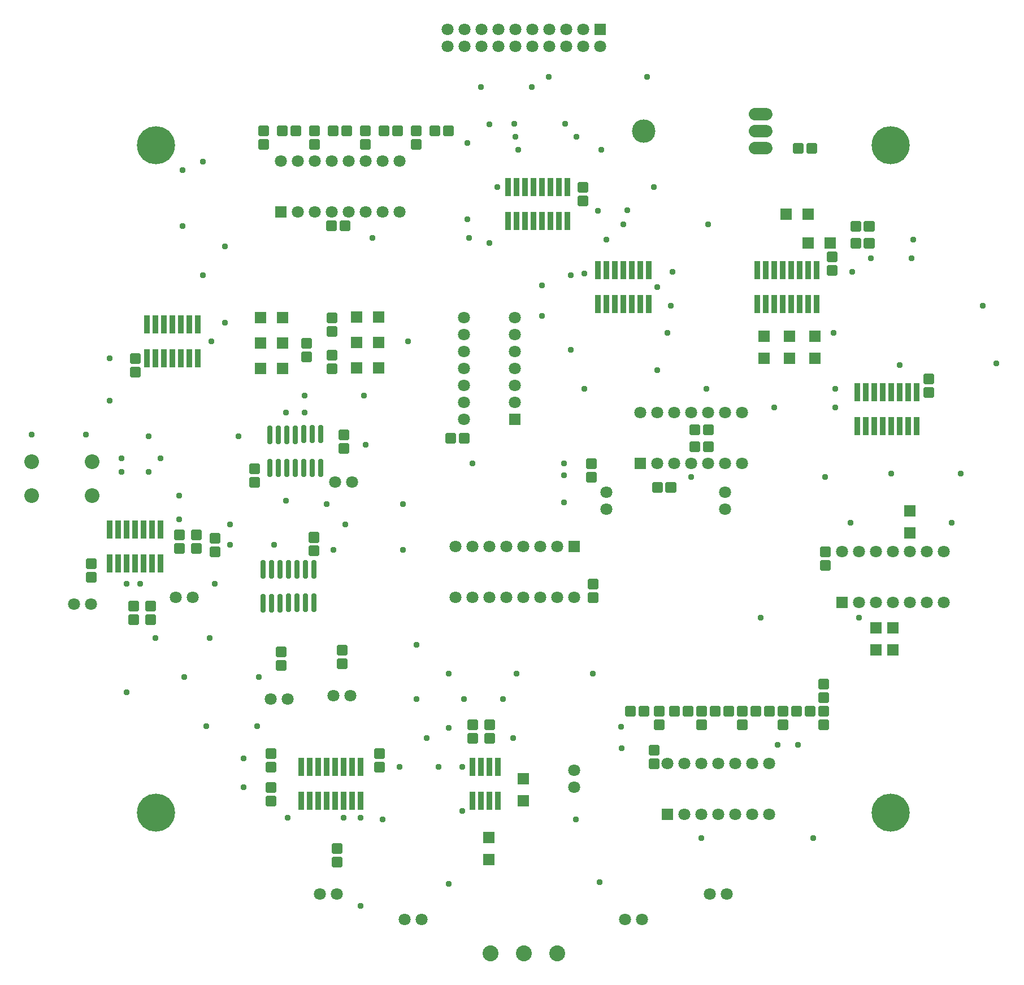
<source format=gbr>
G04 EAGLE Gerber RS-274X export*
G75*
%MOMM*%
%FSLAX34Y34*%
%LPD*%
%INSoldermask Bottom*%
%IPPOS*%
%AMOC8*
5,1,8,0,0,1.08239X$1,22.5*%
G01*
%ADD10C,1.803200*%
%ADD11C,0.480959*%
%ADD12R,1.703200X1.703200*%
%ADD13C,1.879600*%
%ADD14C,3.505200*%
%ADD15R,0.838200X2.703200*%
%ADD16R,1.803200X1.803200*%
%ADD17C,0.640219*%
%ADD18C,2.387600*%
%ADD19C,2.203200*%
%ADD20C,0.959600*%
%ADD21C,5.703200*%


D10*
X876300Y363220D03*
X876300Y337820D03*
D11*
X332209Y705589D02*
X332209Y716811D01*
X343431Y716811D01*
X343431Y705589D01*
X332209Y705589D01*
X332209Y710158D02*
X343431Y710158D01*
X343431Y714727D02*
X332209Y714727D01*
X332209Y696621D02*
X332209Y685399D01*
X332209Y696621D02*
X343431Y696621D01*
X343431Y685399D01*
X332209Y685399D01*
X332209Y689968D02*
X343431Y689968D01*
X343431Y694537D02*
X332209Y694537D01*
D10*
X518160Y795020D03*
X543560Y795020D03*
X421640Y469900D03*
X447040Y469900D03*
X515620Y474980D03*
X541020Y474980D03*
D11*
X909851Y616689D02*
X909851Y627911D01*
X909851Y616689D02*
X898629Y616689D01*
X898629Y627911D01*
X909851Y627911D01*
X909851Y621258D02*
X898629Y621258D01*
X898629Y625827D02*
X909851Y625827D01*
X909851Y636879D02*
X909851Y648101D01*
X909851Y636879D02*
X898629Y636879D01*
X898629Y648101D01*
X909851Y648101D01*
X909851Y641448D02*
X898629Y641448D01*
X898629Y646017D02*
X909851Y646017D01*
X1246609Y685269D02*
X1246609Y696491D01*
X1257831Y696491D01*
X1257831Y685269D01*
X1246609Y685269D01*
X1246609Y689838D02*
X1257831Y689838D01*
X1257831Y694407D02*
X1246609Y694407D01*
X1246609Y676301D02*
X1246609Y665079D01*
X1246609Y676301D02*
X1257831Y676301D01*
X1257831Y665079D01*
X1246609Y665079D01*
X1246609Y669648D02*
X1257831Y669648D01*
X1257831Y674217D02*
X1246609Y674217D01*
D10*
X152400Y612140D03*
X127000Y612140D03*
X279400Y622300D03*
X304800Y622300D03*
D11*
X146789Y667489D02*
X146789Y678711D01*
X158011Y678711D01*
X158011Y667489D01*
X146789Y667489D01*
X146789Y672058D02*
X158011Y672058D01*
X158011Y676627D02*
X146789Y676627D01*
X146789Y658521D02*
X146789Y647299D01*
X146789Y658521D02*
X158011Y658521D01*
X158011Y647299D01*
X146789Y647299D01*
X146789Y651868D02*
X158011Y651868D01*
X158011Y656437D02*
X146789Y656437D01*
X729511Y417091D02*
X729511Y405869D01*
X718289Y405869D01*
X718289Y417091D01*
X729511Y417091D01*
X729511Y410438D02*
X718289Y410438D01*
X718289Y415007D02*
X729511Y415007D01*
X729511Y426059D02*
X729511Y437281D01*
X729511Y426059D02*
X718289Y426059D01*
X718289Y437281D01*
X729511Y437281D01*
X729511Y430628D02*
X718289Y430628D01*
X718289Y435197D02*
X729511Y435197D01*
X427251Y323111D02*
X427251Y311889D01*
X416029Y311889D01*
X416029Y323111D01*
X427251Y323111D01*
X427251Y316458D02*
X416029Y316458D01*
X416029Y321027D02*
X427251Y321027D01*
X427251Y332079D02*
X427251Y343301D01*
X427251Y332079D02*
X416029Y332079D01*
X416029Y343301D01*
X427251Y343301D01*
X427251Y336648D02*
X416029Y336648D01*
X416029Y341217D02*
X427251Y341217D01*
X1001291Y367769D02*
X1001291Y378991D01*
X1001291Y367769D02*
X990069Y367769D01*
X990069Y378991D01*
X1001291Y378991D01*
X1001291Y372338D02*
X990069Y372338D01*
X990069Y376907D02*
X1001291Y376907D01*
X1001291Y387959D02*
X1001291Y399181D01*
X1001291Y387959D02*
X990069Y387959D01*
X990069Y399181D01*
X1001291Y399181D01*
X1001291Y392528D02*
X990069Y392528D01*
X990069Y397097D02*
X1001291Y397097D01*
X883389Y1231369D02*
X883389Y1242591D01*
X894611Y1242591D01*
X894611Y1231369D01*
X883389Y1231369D01*
X883389Y1235938D02*
X894611Y1235938D01*
X894611Y1240507D02*
X883389Y1240507D01*
X883389Y1222401D02*
X883389Y1211179D01*
X883389Y1222401D02*
X894611Y1222401D01*
X894611Y1211179D01*
X883389Y1211179D01*
X883389Y1215748D02*
X894611Y1215748D01*
X894611Y1220317D02*
X883389Y1220317D01*
X589811Y373911D02*
X589811Y362689D01*
X578589Y362689D01*
X578589Y373911D01*
X589811Y373911D01*
X589811Y367258D02*
X578589Y367258D01*
X578589Y371827D02*
X589811Y371827D01*
X589811Y382879D02*
X589811Y394101D01*
X589811Y382879D02*
X578589Y382879D01*
X578589Y394101D01*
X589811Y394101D01*
X589811Y387448D02*
X578589Y387448D01*
X578589Y392017D02*
X589811Y392017D01*
X212829Y974829D02*
X212829Y986051D01*
X224051Y986051D01*
X224051Y974829D01*
X212829Y974829D01*
X212829Y979398D02*
X224051Y979398D01*
X224051Y983967D02*
X212829Y983967D01*
X212829Y965861D02*
X212829Y954639D01*
X212829Y965861D02*
X224051Y965861D01*
X224051Y954639D01*
X212829Y954639D01*
X212829Y959208D02*
X224051Y959208D01*
X224051Y963777D02*
X212829Y963777D01*
X1292329Y1147549D02*
X1303551Y1147549D01*
X1292329Y1147549D02*
X1292329Y1158771D01*
X1303551Y1158771D01*
X1303551Y1147549D01*
X1303551Y1152118D02*
X1292329Y1152118D01*
X1292329Y1156687D02*
X1303551Y1156687D01*
X1312519Y1147549D02*
X1323741Y1147549D01*
X1312519Y1147549D02*
X1312519Y1158771D01*
X1323741Y1158771D01*
X1323741Y1147549D01*
X1323741Y1152118D02*
X1312519Y1152118D01*
X1312519Y1156687D02*
X1323741Y1156687D01*
X391899Y820951D02*
X391899Y809729D01*
X391899Y820951D02*
X403121Y820951D01*
X403121Y809729D01*
X391899Y809729D01*
X391899Y814298D02*
X403121Y814298D01*
X403121Y818867D02*
X391899Y818867D01*
X391899Y800761D02*
X391899Y789539D01*
X391899Y800761D02*
X403121Y800761D01*
X403121Y789539D01*
X391899Y789539D01*
X391899Y794108D02*
X403121Y794108D01*
X403121Y798677D02*
X391899Y798677D01*
D10*
X924560Y779780D03*
X924560Y754380D03*
X1102360Y779780D03*
X1102360Y754380D03*
D11*
X716811Y866671D02*
X705589Y866671D01*
X716811Y866671D02*
X716811Y855449D01*
X705589Y855449D01*
X705589Y866671D01*
X705589Y860018D02*
X716811Y860018D01*
X716811Y864587D02*
X705589Y864587D01*
X696621Y866671D02*
X685399Y866671D01*
X696621Y866671D02*
X696621Y855449D01*
X685399Y855449D01*
X685399Y866671D01*
X685399Y860018D02*
X696621Y860018D01*
X696621Y864587D02*
X685399Y864587D01*
X896089Y828571D02*
X896089Y817349D01*
X896089Y828571D02*
X907311Y828571D01*
X907311Y817349D01*
X896089Y817349D01*
X896089Y821918D02*
X907311Y821918D01*
X907311Y826487D02*
X896089Y826487D01*
X896089Y808381D02*
X896089Y797159D01*
X896089Y808381D02*
X907311Y808381D01*
X907311Y797159D01*
X896089Y797159D01*
X896089Y801728D02*
X907311Y801728D01*
X907311Y806297D02*
X896089Y806297D01*
X1267991Y1106909D02*
X1267991Y1118131D01*
X1267991Y1106909D02*
X1256769Y1106909D01*
X1256769Y1118131D01*
X1267991Y1118131D01*
X1267991Y1111478D02*
X1256769Y1111478D01*
X1256769Y1116047D02*
X1267991Y1116047D01*
X1267991Y1127099D02*
X1267991Y1138321D01*
X1267991Y1127099D02*
X1256769Y1127099D01*
X1256769Y1138321D01*
X1267991Y1138321D01*
X1267991Y1131668D02*
X1256769Y1131668D01*
X1256769Y1136237D02*
X1267991Y1136237D01*
X1412771Y935251D02*
X1412771Y924029D01*
X1401549Y924029D01*
X1401549Y935251D01*
X1412771Y935251D01*
X1412771Y928598D02*
X1401549Y928598D01*
X1401549Y933167D02*
X1412771Y933167D01*
X1412771Y944219D02*
X1412771Y955441D01*
X1412771Y944219D02*
X1401549Y944219D01*
X1401549Y955441D01*
X1412771Y955441D01*
X1412771Y948788D02*
X1401549Y948788D01*
X1401549Y953357D02*
X1412771Y953357D01*
X492021Y697761D02*
X492021Y686539D01*
X480799Y686539D01*
X480799Y697761D01*
X492021Y697761D01*
X492021Y691108D02*
X480799Y691108D01*
X480799Y695677D02*
X492021Y695677D01*
X492021Y706729D02*
X492021Y717951D01*
X492021Y706729D02*
X480799Y706729D01*
X480799Y717951D01*
X492021Y717951D01*
X492021Y711298D02*
X480799Y711298D01*
X480799Y715867D02*
X492021Y715867D01*
D12*
X748030Y229870D03*
X748030Y262870D03*
X582930Y1004570D03*
X549930Y1004570D03*
X582930Y1042670D03*
X549930Y1042670D03*
X1193800Y1196340D03*
X1226800Y1196340D03*
X1259840Y1153160D03*
X1226840Y1153160D03*
X1236980Y1013460D03*
X1236980Y980460D03*
X1198880Y1013460D03*
X1198880Y980460D03*
X1160780Y1013460D03*
X1160780Y980460D03*
X800100Y317500D03*
X800100Y350500D03*
X406400Y965200D03*
X439400Y965200D03*
X406400Y1003300D03*
X439400Y1003300D03*
X406400Y1041400D03*
X439400Y1041400D03*
X1328420Y576580D03*
X1328420Y543580D03*
X1353820Y576580D03*
X1353820Y543580D03*
X1379220Y718820D03*
X1379220Y751820D03*
X582930Y966470D03*
X549930Y966470D03*
D10*
X495300Y177800D03*
X520700Y177800D03*
X622300Y139700D03*
X647700Y139700D03*
X952500Y139700D03*
X977900Y139700D03*
X1079500Y177800D03*
X1104900Y177800D03*
D13*
X1147318Y1295400D02*
X1164082Y1295400D01*
X1164082Y1320800D02*
X1147318Y1320800D01*
X1147318Y1346200D02*
X1164082Y1346200D01*
D14*
X980440Y1320800D03*
D11*
X743689Y437411D02*
X743689Y426189D01*
X743689Y437411D02*
X754911Y437411D01*
X754911Y426189D01*
X743689Y426189D01*
X743689Y430758D02*
X754911Y430758D01*
X754911Y435327D02*
X743689Y435327D01*
X743689Y417221D02*
X743689Y405999D01*
X743689Y417221D02*
X754911Y417221D01*
X754911Y405999D01*
X743689Y405999D01*
X743689Y410568D02*
X754911Y410568D01*
X754911Y415137D02*
X743689Y415137D01*
X1040869Y457731D02*
X1052091Y457731D01*
X1052091Y446509D01*
X1040869Y446509D01*
X1040869Y457731D01*
X1040869Y451078D02*
X1052091Y451078D01*
X1052091Y455647D02*
X1040869Y455647D01*
X1031901Y457731D02*
X1020679Y457731D01*
X1031901Y457731D02*
X1031901Y446509D01*
X1020679Y446509D01*
X1020679Y457731D01*
X1020679Y451078D02*
X1031901Y451078D01*
X1031901Y455647D02*
X1020679Y455647D01*
X1008911Y437411D02*
X1008911Y426189D01*
X997689Y426189D01*
X997689Y437411D01*
X1008911Y437411D01*
X1008911Y430758D02*
X997689Y430758D01*
X997689Y435327D02*
X1008911Y435327D01*
X1008911Y446379D02*
X1008911Y457601D01*
X1008911Y446379D02*
X997689Y446379D01*
X997689Y457601D01*
X1008911Y457601D01*
X1008911Y450948D02*
X997689Y450948D01*
X997689Y455517D02*
X1008911Y455517D01*
X1255291Y466829D02*
X1255291Y478051D01*
X1255291Y466829D02*
X1244069Y466829D01*
X1244069Y478051D01*
X1255291Y478051D01*
X1255291Y471398D02*
X1244069Y471398D01*
X1244069Y475967D02*
X1255291Y475967D01*
X1255291Y487019D02*
X1255291Y498241D01*
X1255291Y487019D02*
X1244069Y487019D01*
X1244069Y498241D01*
X1255291Y498241D01*
X1255291Y491588D02*
X1244069Y491588D01*
X1244069Y496157D02*
X1255291Y496157D01*
X986051Y457731D02*
X974829Y457731D01*
X986051Y457731D02*
X986051Y446509D01*
X974829Y446509D01*
X974829Y457731D01*
X974829Y451078D02*
X986051Y451078D01*
X986051Y455647D02*
X974829Y455647D01*
X965861Y457731D02*
X954639Y457731D01*
X965861Y457731D02*
X965861Y446509D01*
X954639Y446509D01*
X954639Y457731D01*
X954639Y451078D02*
X965861Y451078D01*
X965861Y455647D02*
X954639Y455647D01*
X995149Y781789D02*
X1006371Y781789D01*
X995149Y781789D02*
X995149Y793011D01*
X1006371Y793011D01*
X1006371Y781789D01*
X1006371Y786358D02*
X995149Y786358D01*
X995149Y790927D02*
X1006371Y790927D01*
X1015339Y781789D02*
X1026561Y781789D01*
X1015339Y781789D02*
X1015339Y793011D01*
X1026561Y793011D01*
X1026561Y781789D01*
X1026561Y786358D02*
X1015339Y786358D01*
X1015339Y790927D02*
X1026561Y790927D01*
X1071349Y853971D02*
X1082571Y853971D01*
X1082571Y842749D01*
X1071349Y842749D01*
X1071349Y853971D01*
X1071349Y847318D02*
X1082571Y847318D01*
X1082571Y851887D02*
X1071349Y851887D01*
X1062381Y853971D02*
X1051159Y853971D01*
X1062381Y853971D02*
X1062381Y842749D01*
X1051159Y842749D01*
X1051159Y853971D01*
X1051159Y847318D02*
X1062381Y847318D01*
X1062381Y851887D02*
X1051159Y851887D01*
X1071349Y879371D02*
X1082571Y879371D01*
X1082571Y868149D01*
X1071349Y868149D01*
X1071349Y879371D01*
X1071349Y872718D02*
X1082571Y872718D01*
X1082571Y877287D02*
X1071349Y877287D01*
X1062381Y879371D02*
X1051159Y879371D01*
X1062381Y879371D02*
X1062381Y868149D01*
X1051159Y868149D01*
X1051159Y879371D01*
X1051159Y872718D02*
X1062381Y872718D01*
X1062381Y877287D02*
X1051159Y877287D01*
X526311Y231671D02*
X526311Y220449D01*
X515089Y220449D01*
X515089Y231671D01*
X526311Y231671D01*
X526311Y225018D02*
X515089Y225018D01*
X515089Y229587D02*
X526311Y229587D01*
X526311Y240639D02*
X526311Y251861D01*
X526311Y240639D02*
X515089Y240639D01*
X515089Y251861D01*
X526311Y251861D01*
X526311Y245208D02*
X515089Y245208D01*
X515089Y249777D02*
X526311Y249777D01*
X525249Y860529D02*
X525249Y871751D01*
X536471Y871751D01*
X536471Y860529D01*
X525249Y860529D01*
X525249Y865098D02*
X536471Y865098D01*
X536471Y869667D02*
X525249Y869667D01*
X525249Y851561D02*
X525249Y840339D01*
X525249Y851561D02*
X536471Y851561D01*
X536471Y840339D01*
X525249Y840339D01*
X525249Y844908D02*
X536471Y844908D01*
X536471Y849477D02*
X525249Y849477D01*
X1226289Y1301011D02*
X1237511Y1301011D01*
X1237511Y1289789D01*
X1226289Y1289789D01*
X1226289Y1301011D01*
X1226289Y1294358D02*
X1237511Y1294358D01*
X1237511Y1298927D02*
X1226289Y1298927D01*
X1217321Y1301011D02*
X1206099Y1301011D01*
X1217321Y1301011D02*
X1217321Y1289789D01*
X1206099Y1289789D01*
X1206099Y1301011D01*
X1206099Y1294358D02*
X1217321Y1294358D01*
X1217321Y1298927D02*
X1206099Y1298927D01*
X431269Y546631D02*
X431269Y535409D01*
X431269Y546631D02*
X442491Y546631D01*
X442491Y535409D01*
X431269Y535409D01*
X431269Y539978D02*
X442491Y539978D01*
X442491Y544547D02*
X431269Y544547D01*
X431269Y526441D02*
X431269Y515219D01*
X431269Y526441D02*
X442491Y526441D01*
X442491Y515219D01*
X431269Y515219D01*
X431269Y519788D02*
X442491Y519788D01*
X442491Y524357D02*
X431269Y524357D01*
X522709Y537949D02*
X522709Y549171D01*
X533931Y549171D01*
X533931Y537949D01*
X522709Y537949D01*
X522709Y542518D02*
X533931Y542518D01*
X533931Y547087D02*
X522709Y547087D01*
X522709Y528981D02*
X522709Y517759D01*
X522709Y528981D02*
X533931Y528981D01*
X533931Y517759D01*
X522709Y517759D01*
X522709Y522328D02*
X533931Y522328D01*
X533931Y526897D02*
X522709Y526897D01*
X1255291Y437411D02*
X1255291Y426189D01*
X1244069Y426189D01*
X1244069Y437411D01*
X1255291Y437411D01*
X1255291Y430758D02*
X1244069Y430758D01*
X1244069Y435327D02*
X1255291Y435327D01*
X1255291Y446379D02*
X1255291Y457601D01*
X1255291Y446379D02*
X1244069Y446379D01*
X1244069Y457601D01*
X1255291Y457601D01*
X1255291Y450948D02*
X1244069Y450948D01*
X1244069Y455517D02*
X1255291Y455517D01*
X246911Y583669D02*
X246911Y594891D01*
X246911Y583669D02*
X235689Y583669D01*
X235689Y594891D01*
X246911Y594891D01*
X246911Y588238D02*
X235689Y588238D01*
X235689Y592807D02*
X246911Y592807D01*
X246911Y603859D02*
X246911Y615081D01*
X246911Y603859D02*
X235689Y603859D01*
X235689Y615081D01*
X246911Y615081D01*
X246911Y608428D02*
X235689Y608428D01*
X235689Y612997D02*
X246911Y612997D01*
X210289Y615211D02*
X210289Y603989D01*
X210289Y615211D02*
X221511Y615211D01*
X221511Y603989D01*
X210289Y603989D01*
X210289Y608558D02*
X221511Y608558D01*
X221511Y613127D02*
X210289Y613127D01*
X210289Y595021D02*
X210289Y583799D01*
X210289Y595021D02*
X221511Y595021D01*
X221511Y583799D01*
X210289Y583799D01*
X210289Y588368D02*
X221511Y588368D01*
X221511Y592937D02*
X210289Y592937D01*
X278869Y710669D02*
X278869Y721891D01*
X290091Y721891D01*
X290091Y710669D01*
X278869Y710669D01*
X278869Y715238D02*
X290091Y715238D01*
X290091Y719807D02*
X278869Y719807D01*
X278869Y701701D02*
X278869Y690479D01*
X278869Y701701D02*
X290091Y701701D01*
X290091Y690479D01*
X278869Y690479D01*
X278869Y695048D02*
X290091Y695048D01*
X290091Y699617D02*
X278869Y699617D01*
X304269Y710669D02*
X304269Y721891D01*
X315491Y721891D01*
X315491Y710669D01*
X304269Y710669D01*
X304269Y715238D02*
X315491Y715238D01*
X315491Y719807D02*
X304269Y719807D01*
X304269Y701701D02*
X304269Y690479D01*
X304269Y701701D02*
X315491Y701701D01*
X315491Y690479D01*
X304269Y690479D01*
X304269Y695048D02*
X315491Y695048D01*
X315491Y699617D02*
X304269Y699617D01*
X1292329Y1172949D02*
X1303551Y1172949D01*
X1292329Y1172949D02*
X1292329Y1184171D01*
X1303551Y1184171D01*
X1303551Y1172949D01*
X1303551Y1177518D02*
X1292329Y1177518D01*
X1292329Y1182087D02*
X1303551Y1182087D01*
X1312519Y1172949D02*
X1323741Y1172949D01*
X1312519Y1172949D02*
X1312519Y1184171D01*
X1323741Y1184171D01*
X1323741Y1172949D01*
X1323741Y1177518D02*
X1312519Y1177518D01*
X1312519Y1182087D02*
X1323741Y1182087D01*
X645277Y1295718D02*
X645277Y1306940D01*
X645277Y1295718D02*
X634055Y1295718D01*
X634055Y1306940D01*
X645277Y1306940D01*
X645277Y1300287D02*
X634055Y1300287D01*
X634055Y1304856D02*
X645277Y1304856D01*
X645277Y1315908D02*
X645277Y1327130D01*
X645277Y1315908D02*
X634055Y1315908D01*
X634055Y1327130D01*
X645277Y1327130D01*
X645277Y1320477D02*
X634055Y1320477D01*
X634055Y1325046D02*
X645277Y1325046D01*
X1223749Y457731D02*
X1234971Y457731D01*
X1234971Y446509D01*
X1223749Y446509D01*
X1223749Y457731D01*
X1223749Y451078D02*
X1234971Y451078D01*
X1234971Y455647D02*
X1223749Y455647D01*
X1214781Y457731D02*
X1203559Y457731D01*
X1214781Y457731D02*
X1214781Y446509D01*
X1203559Y446509D01*
X1203559Y457731D01*
X1203559Y451078D02*
X1214781Y451078D01*
X1214781Y455647D02*
X1203559Y455647D01*
X617337Y1327260D02*
X606115Y1327260D01*
X617337Y1327260D02*
X617337Y1316038D01*
X606115Y1316038D01*
X606115Y1327260D01*
X606115Y1320607D02*
X617337Y1320607D01*
X617337Y1325176D02*
X606115Y1325176D01*
X597147Y1327260D02*
X585925Y1327260D01*
X597147Y1327260D02*
X597147Y1316038D01*
X585925Y1316038D01*
X585925Y1327260D01*
X585925Y1320607D02*
X597147Y1320607D01*
X597147Y1325176D02*
X585925Y1325176D01*
X569077Y1306940D02*
X569077Y1295718D01*
X557855Y1295718D01*
X557855Y1306940D01*
X569077Y1306940D01*
X569077Y1300287D02*
X557855Y1300287D01*
X557855Y1304856D02*
X569077Y1304856D01*
X569077Y1315908D02*
X569077Y1327130D01*
X569077Y1315908D02*
X557855Y1315908D01*
X557855Y1327130D01*
X569077Y1327130D01*
X569077Y1320477D02*
X557855Y1320477D01*
X557855Y1325046D02*
X569077Y1325046D01*
X541137Y1327260D02*
X529915Y1327260D01*
X541137Y1327260D02*
X541137Y1316038D01*
X529915Y1316038D01*
X529915Y1327260D01*
X529915Y1320607D02*
X541137Y1320607D01*
X541137Y1325176D02*
X529915Y1325176D01*
X520947Y1327260D02*
X509725Y1327260D01*
X520947Y1327260D02*
X520947Y1316038D01*
X509725Y1316038D01*
X509725Y1327260D01*
X509725Y1320607D02*
X520947Y1320607D01*
X520947Y1325176D02*
X509725Y1325176D01*
X492877Y1306940D02*
X492877Y1295718D01*
X481655Y1295718D01*
X481655Y1306940D01*
X492877Y1306940D01*
X492877Y1300287D02*
X481655Y1300287D01*
X481655Y1304856D02*
X492877Y1304856D01*
X492877Y1315908D02*
X492877Y1327130D01*
X492877Y1315908D02*
X481655Y1315908D01*
X481655Y1327130D01*
X492877Y1327130D01*
X492877Y1320477D02*
X481655Y1320477D01*
X481655Y1325046D02*
X492877Y1325046D01*
X464937Y1327260D02*
X453715Y1327260D01*
X464937Y1327260D02*
X464937Y1316038D01*
X453715Y1316038D01*
X453715Y1327260D01*
X453715Y1320607D02*
X464937Y1320607D01*
X464937Y1325176D02*
X453715Y1325176D01*
X444747Y1327260D02*
X433525Y1327260D01*
X444747Y1327260D02*
X444747Y1316038D01*
X433525Y1316038D01*
X433525Y1327260D01*
X433525Y1320607D02*
X444747Y1320607D01*
X444747Y1325176D02*
X433525Y1325176D01*
X416677Y1306940D02*
X416677Y1295718D01*
X405455Y1295718D01*
X405455Y1306940D01*
X416677Y1306940D01*
X416677Y1300287D02*
X405455Y1300287D01*
X405455Y1304856D02*
X416677Y1304856D01*
X416677Y1315908D02*
X416677Y1327130D01*
X416677Y1315908D02*
X405455Y1315908D01*
X405455Y1327130D01*
X416677Y1327130D01*
X416677Y1320477D02*
X405455Y1320477D01*
X405455Y1325046D02*
X416677Y1325046D01*
X661995Y1316038D02*
X673217Y1316038D01*
X661995Y1316038D02*
X661995Y1327260D01*
X673217Y1327260D01*
X673217Y1316038D01*
X673217Y1320607D02*
X661995Y1320607D01*
X661995Y1325176D02*
X673217Y1325176D01*
X682185Y1316038D02*
X693407Y1316038D01*
X682185Y1316038D02*
X682185Y1327260D01*
X693407Y1327260D01*
X693407Y1316038D01*
X693407Y1320607D02*
X682185Y1320607D01*
X682185Y1325176D02*
X693407Y1325176D01*
X427251Y373911D02*
X427251Y362689D01*
X416029Y362689D01*
X416029Y373911D01*
X427251Y373911D01*
X427251Y367258D02*
X416029Y367258D01*
X416029Y371827D02*
X427251Y371827D01*
X427251Y382879D02*
X427251Y394101D01*
X427251Y382879D02*
X416029Y382879D01*
X416029Y394101D01*
X427251Y394101D01*
X427251Y387448D02*
X416029Y387448D01*
X416029Y392017D02*
X427251Y392017D01*
X1194331Y426189D02*
X1194331Y437411D01*
X1194331Y426189D02*
X1183109Y426189D01*
X1183109Y437411D01*
X1194331Y437411D01*
X1194331Y430758D02*
X1183109Y430758D01*
X1183109Y435327D02*
X1194331Y435327D01*
X1194331Y446379D02*
X1194331Y457601D01*
X1194331Y446379D02*
X1183109Y446379D01*
X1183109Y457601D01*
X1194331Y457601D01*
X1194331Y450948D02*
X1183109Y450948D01*
X1183109Y455517D02*
X1194331Y455517D01*
X1174011Y457731D02*
X1162789Y457731D01*
X1174011Y457731D02*
X1174011Y446509D01*
X1162789Y446509D01*
X1162789Y457731D01*
X1162789Y451078D02*
X1174011Y451078D01*
X1174011Y455647D02*
X1162789Y455647D01*
X1153821Y457731D02*
X1142599Y457731D01*
X1153821Y457731D02*
X1153821Y446509D01*
X1142599Y446509D01*
X1142599Y457731D01*
X1142599Y451078D02*
X1153821Y451078D01*
X1153821Y455647D02*
X1142599Y455647D01*
X1133371Y437411D02*
X1133371Y426189D01*
X1122149Y426189D01*
X1122149Y437411D01*
X1133371Y437411D01*
X1133371Y430758D02*
X1122149Y430758D01*
X1122149Y435327D02*
X1133371Y435327D01*
X1133371Y446379D02*
X1133371Y457601D01*
X1133371Y446379D02*
X1122149Y446379D01*
X1122149Y457601D01*
X1133371Y457601D01*
X1133371Y450948D02*
X1122149Y450948D01*
X1122149Y455517D02*
X1133371Y455517D01*
X1113051Y457731D02*
X1101829Y457731D01*
X1113051Y457731D02*
X1113051Y446509D01*
X1101829Y446509D01*
X1101829Y457731D01*
X1101829Y451078D02*
X1113051Y451078D01*
X1113051Y455647D02*
X1101829Y455647D01*
X1092861Y457731D02*
X1081639Y457731D01*
X1092861Y457731D02*
X1092861Y446509D01*
X1081639Y446509D01*
X1081639Y457731D01*
X1081639Y451078D02*
X1092861Y451078D01*
X1092861Y455647D02*
X1081639Y455647D01*
X1072411Y437411D02*
X1072411Y426189D01*
X1061189Y426189D01*
X1061189Y437411D01*
X1072411Y437411D01*
X1072411Y430758D02*
X1061189Y430758D01*
X1061189Y435327D02*
X1072411Y435327D01*
X1072411Y446379D02*
X1072411Y457601D01*
X1072411Y446379D02*
X1061189Y446379D01*
X1061189Y457601D01*
X1072411Y457601D01*
X1072411Y450948D02*
X1061189Y450948D01*
X1061189Y455517D02*
X1072411Y455517D01*
D15*
X762000Y317500D03*
X749300Y317500D03*
X736600Y317500D03*
X723900Y317500D03*
X723900Y368300D03*
X736600Y368300D03*
X749300Y368300D03*
X762000Y368300D03*
X256540Y673100D03*
X243840Y673100D03*
X231140Y673100D03*
X218440Y673100D03*
X205740Y673100D03*
X193040Y673100D03*
X180340Y673100D03*
X180340Y723900D03*
X193040Y723900D03*
X205740Y723900D03*
X218440Y723900D03*
X231140Y723900D03*
X243840Y723900D03*
X256540Y723900D03*
X1389380Y878840D03*
X1376680Y878840D03*
X1363980Y878840D03*
X1351280Y878840D03*
X1338580Y878840D03*
X1325880Y878840D03*
X1313180Y878840D03*
X1300480Y878840D03*
X1300480Y929640D03*
X1313180Y929640D03*
X1325880Y929640D03*
X1338580Y929640D03*
X1351280Y929640D03*
X1363980Y929640D03*
X1376680Y929640D03*
X1389380Y929640D03*
X1239520Y1061720D03*
X1226820Y1061720D03*
X1214120Y1061720D03*
X1201420Y1061720D03*
X1188720Y1061720D03*
X1176020Y1061720D03*
X1163320Y1061720D03*
X1150620Y1061720D03*
X1150620Y1112520D03*
X1163320Y1112520D03*
X1176020Y1112520D03*
X1188720Y1112520D03*
X1201420Y1112520D03*
X1214120Y1112520D03*
X1226820Y1112520D03*
X1239520Y1112520D03*
X866140Y1186180D03*
X853440Y1186180D03*
X840740Y1186180D03*
X828040Y1186180D03*
X815340Y1186180D03*
X802640Y1186180D03*
X789940Y1186180D03*
X777240Y1186180D03*
X777240Y1236980D03*
X789940Y1236980D03*
X802640Y1236980D03*
X815340Y1236980D03*
X828040Y1236980D03*
X840740Y1236980D03*
X853440Y1236980D03*
X866140Y1236980D03*
D16*
X436466Y1199729D03*
D10*
X461866Y1199729D03*
X487266Y1199729D03*
X512666Y1199729D03*
X538066Y1199729D03*
X563466Y1199729D03*
X588866Y1199729D03*
X614266Y1199729D03*
X614266Y1275929D03*
X588866Y1275929D03*
X563466Y1275929D03*
X538066Y1275929D03*
X512666Y1275929D03*
X487266Y1275929D03*
X461866Y1275929D03*
X436466Y1275929D03*
D15*
X988060Y1061720D03*
X975360Y1061720D03*
X962660Y1061720D03*
X949960Y1061720D03*
X937260Y1061720D03*
X924560Y1061720D03*
X911860Y1061720D03*
X911860Y1112520D03*
X924560Y1112520D03*
X937260Y1112520D03*
X949960Y1112520D03*
X962660Y1112520D03*
X975360Y1112520D03*
X988060Y1112520D03*
D16*
X1277620Y614680D03*
D10*
X1303020Y614680D03*
X1328420Y614680D03*
X1353820Y614680D03*
X1379220Y614680D03*
X1404620Y614680D03*
X1430020Y614680D03*
X1430020Y690880D03*
X1404620Y690880D03*
X1379220Y690880D03*
X1353820Y690880D03*
X1328420Y690880D03*
X1303020Y690880D03*
X1277620Y690880D03*
D16*
X876300Y698500D03*
D10*
X850900Y698500D03*
X825500Y698500D03*
X800100Y698500D03*
X774700Y698500D03*
X749300Y698500D03*
X723900Y698500D03*
X698500Y698500D03*
X698500Y622300D03*
X723900Y622300D03*
X749300Y622300D03*
X774700Y622300D03*
X800100Y622300D03*
X825500Y622300D03*
X850900Y622300D03*
X876300Y622300D03*
D16*
X1016000Y297180D03*
D10*
X1041400Y297180D03*
X1066800Y297180D03*
X1092200Y297180D03*
X1117600Y297180D03*
X1143000Y297180D03*
X1168400Y297180D03*
X1168400Y373380D03*
X1143000Y373380D03*
X1117600Y373380D03*
X1092200Y373380D03*
X1066800Y373380D03*
X1041400Y373380D03*
X1016000Y373380D03*
D16*
X787400Y889000D03*
D10*
X787400Y914400D03*
X787400Y939800D03*
X787400Y965200D03*
X787400Y990600D03*
X787400Y1016000D03*
X787400Y1041400D03*
X711200Y1041400D03*
X711200Y1016000D03*
X711200Y990600D03*
X711200Y965200D03*
X711200Y939800D03*
X711200Y914400D03*
X711200Y889000D03*
D16*
X975360Y822960D03*
D10*
X1000760Y822960D03*
X1026160Y822960D03*
X1051560Y822960D03*
X1076960Y822960D03*
X1102360Y822960D03*
X1127760Y822960D03*
X1127760Y899160D03*
X1102360Y899160D03*
X1076960Y899160D03*
X1051560Y899160D03*
X1026160Y899160D03*
X1000760Y899160D03*
X975360Y899160D03*
D15*
X236220Y1031240D03*
X248920Y1031240D03*
X261620Y1031240D03*
X274320Y1031240D03*
X287020Y1031240D03*
X299720Y1031240D03*
X312420Y1031240D03*
X312420Y980440D03*
X299720Y980440D03*
X287020Y980440D03*
X274320Y980440D03*
X261620Y980440D03*
X248920Y980440D03*
X236220Y980440D03*
X556260Y317500D03*
X543560Y317500D03*
X530860Y317500D03*
X518160Y317500D03*
X505460Y317500D03*
X492760Y317500D03*
X480060Y317500D03*
X467360Y317500D03*
X467360Y368300D03*
X480060Y368300D03*
X492760Y368300D03*
X505460Y368300D03*
X518160Y368300D03*
X530860Y368300D03*
X543560Y368300D03*
X556260Y368300D03*
D17*
X419805Y855825D02*
X419805Y876455D01*
X420935Y876455D01*
X420935Y855825D01*
X419805Y855825D01*
X419805Y861907D02*
X420935Y861907D01*
X420935Y867989D02*
X419805Y867989D01*
X419805Y874071D02*
X420935Y874071D01*
X432505Y876455D02*
X432505Y855825D01*
X432505Y876455D02*
X433635Y876455D01*
X433635Y855825D01*
X432505Y855825D01*
X432505Y861907D02*
X433635Y861907D01*
X433635Y867989D02*
X432505Y867989D01*
X432505Y874071D02*
X433635Y874071D01*
X445205Y876455D02*
X445205Y855825D01*
X445205Y876455D02*
X446335Y876455D01*
X446335Y855825D01*
X445205Y855825D01*
X445205Y861907D02*
X446335Y861907D01*
X446335Y867989D02*
X445205Y867989D01*
X445205Y874071D02*
X446335Y874071D01*
X457905Y876455D02*
X457905Y855825D01*
X457905Y876455D02*
X459035Y876455D01*
X459035Y855825D01*
X457905Y855825D01*
X457905Y861907D02*
X459035Y861907D01*
X459035Y867989D02*
X457905Y867989D01*
X457905Y874071D02*
X459035Y874071D01*
X496005Y826555D02*
X496005Y805925D01*
X496005Y826555D02*
X497135Y826555D01*
X497135Y805925D01*
X496005Y805925D01*
X496005Y812007D02*
X497135Y812007D01*
X497135Y818089D02*
X496005Y818089D01*
X496005Y824171D02*
X497135Y824171D01*
X496005Y856725D02*
X496005Y877355D01*
X497135Y877355D01*
X497135Y856725D01*
X496005Y856725D01*
X496005Y862807D02*
X497135Y862807D01*
X497135Y868889D02*
X496005Y868889D01*
X496005Y874971D02*
X497135Y874971D01*
X483305Y877355D02*
X483305Y856725D01*
X483305Y877355D02*
X484435Y877355D01*
X484435Y856725D01*
X483305Y856725D01*
X483305Y862807D02*
X484435Y862807D01*
X484435Y868889D02*
X483305Y868889D01*
X483305Y874971D02*
X484435Y874971D01*
X470605Y877355D02*
X470605Y856725D01*
X470605Y877355D02*
X471735Y877355D01*
X471735Y856725D01*
X470605Y856725D01*
X470605Y862807D02*
X471735Y862807D01*
X471735Y868889D02*
X470605Y868889D01*
X470605Y874971D02*
X471735Y874971D01*
X483305Y826555D02*
X483305Y805925D01*
X483305Y826555D02*
X484435Y826555D01*
X484435Y805925D01*
X483305Y805925D01*
X483305Y812007D02*
X484435Y812007D01*
X484435Y818089D02*
X483305Y818089D01*
X483305Y824171D02*
X484435Y824171D01*
X470605Y826555D02*
X470605Y805925D01*
X470605Y826555D02*
X471735Y826555D01*
X471735Y805925D01*
X470605Y805925D01*
X470605Y812007D02*
X471735Y812007D01*
X471735Y818089D02*
X470605Y818089D01*
X470605Y824171D02*
X471735Y824171D01*
X457905Y826555D02*
X457905Y805925D01*
X457905Y826555D02*
X459035Y826555D01*
X459035Y805925D01*
X457905Y805925D01*
X457905Y812007D02*
X459035Y812007D01*
X459035Y818089D02*
X457905Y818089D01*
X457905Y824171D02*
X459035Y824171D01*
X445205Y826555D02*
X445205Y805925D01*
X445205Y826555D02*
X446335Y826555D01*
X446335Y805925D01*
X445205Y805925D01*
X445205Y812007D02*
X446335Y812007D01*
X446335Y818089D02*
X445205Y818089D01*
X445205Y824171D02*
X446335Y824171D01*
X432505Y826555D02*
X432505Y805925D01*
X432505Y826555D02*
X433635Y826555D01*
X433635Y805925D01*
X432505Y805925D01*
X432505Y812007D02*
X433635Y812007D01*
X433635Y818089D02*
X432505Y818089D01*
X432505Y824171D02*
X433635Y824171D01*
X419805Y826555D02*
X419805Y805925D01*
X419805Y826555D02*
X420935Y826555D01*
X420935Y805925D01*
X419805Y805925D01*
X419805Y812007D02*
X420935Y812007D01*
X420935Y818089D02*
X419805Y818089D01*
X419805Y824171D02*
X420935Y824171D01*
X486975Y624995D02*
X486975Y604365D01*
X485845Y604365D01*
X485845Y624995D01*
X486975Y624995D01*
X486975Y610447D02*
X485845Y610447D01*
X485845Y616529D02*
X486975Y616529D01*
X486975Y622611D02*
X485845Y622611D01*
X474275Y624995D02*
X474275Y604365D01*
X473145Y604365D01*
X473145Y624995D01*
X474275Y624995D01*
X474275Y610447D02*
X473145Y610447D01*
X473145Y616529D02*
X474275Y616529D01*
X474275Y622611D02*
X473145Y622611D01*
X461575Y624995D02*
X461575Y604365D01*
X460445Y604365D01*
X460445Y624995D01*
X461575Y624995D01*
X461575Y610447D02*
X460445Y610447D01*
X460445Y616529D02*
X461575Y616529D01*
X461575Y622611D02*
X460445Y622611D01*
X448875Y624995D02*
X448875Y604365D01*
X447745Y604365D01*
X447745Y624995D01*
X448875Y624995D01*
X448875Y610447D02*
X447745Y610447D01*
X447745Y616529D02*
X448875Y616529D01*
X448875Y622611D02*
X447745Y622611D01*
X410775Y654265D02*
X410775Y674895D01*
X410775Y654265D02*
X409645Y654265D01*
X409645Y674895D01*
X410775Y674895D01*
X410775Y660347D02*
X409645Y660347D01*
X409645Y666429D02*
X410775Y666429D01*
X410775Y672511D02*
X409645Y672511D01*
X410775Y624095D02*
X410775Y603465D01*
X409645Y603465D01*
X409645Y624095D01*
X410775Y624095D01*
X410775Y609547D02*
X409645Y609547D01*
X409645Y615629D02*
X410775Y615629D01*
X410775Y621711D02*
X409645Y621711D01*
X423475Y624095D02*
X423475Y603465D01*
X422345Y603465D01*
X422345Y624095D01*
X423475Y624095D01*
X423475Y609547D02*
X422345Y609547D01*
X422345Y615629D02*
X423475Y615629D01*
X423475Y621711D02*
X422345Y621711D01*
X436175Y624095D02*
X436175Y603465D01*
X435045Y603465D01*
X435045Y624095D01*
X436175Y624095D01*
X436175Y609547D02*
X435045Y609547D01*
X435045Y615629D02*
X436175Y615629D01*
X436175Y621711D02*
X435045Y621711D01*
X423475Y654265D02*
X423475Y674895D01*
X423475Y654265D02*
X422345Y654265D01*
X422345Y674895D01*
X423475Y674895D01*
X423475Y660347D02*
X422345Y660347D01*
X422345Y666429D02*
X423475Y666429D01*
X423475Y672511D02*
X422345Y672511D01*
X436175Y674895D02*
X436175Y654265D01*
X435045Y654265D01*
X435045Y674895D01*
X436175Y674895D01*
X436175Y660347D02*
X435045Y660347D01*
X435045Y666429D02*
X436175Y666429D01*
X436175Y672511D02*
X435045Y672511D01*
X448875Y674895D02*
X448875Y654265D01*
X447745Y654265D01*
X447745Y674895D01*
X448875Y674895D01*
X448875Y660347D02*
X447745Y660347D01*
X447745Y666429D02*
X448875Y666429D01*
X448875Y672511D02*
X447745Y672511D01*
X461575Y674895D02*
X461575Y654265D01*
X460445Y654265D01*
X460445Y674895D01*
X461575Y674895D01*
X461575Y660347D02*
X460445Y660347D01*
X460445Y666429D02*
X461575Y666429D01*
X461575Y672511D02*
X460445Y672511D01*
X474275Y674895D02*
X474275Y654265D01*
X473145Y654265D01*
X473145Y674895D01*
X474275Y674895D01*
X474275Y660347D02*
X473145Y660347D01*
X473145Y666429D02*
X474275Y666429D01*
X474275Y672511D02*
X473145Y672511D01*
X486975Y674895D02*
X486975Y654265D01*
X485845Y654265D01*
X485845Y674895D01*
X486975Y674895D01*
X486975Y660347D02*
X485845Y660347D01*
X485845Y666429D02*
X486975Y666429D01*
X486975Y672511D02*
X485845Y672511D01*
D18*
X750619Y88863D03*
X800619Y88863D03*
X850619Y88863D03*
D11*
X518277Y1173798D02*
X507055Y1173798D01*
X507055Y1185020D01*
X518277Y1185020D01*
X518277Y1173798D01*
X518277Y1178367D02*
X507055Y1178367D01*
X507055Y1182936D02*
X518277Y1182936D01*
X527245Y1173798D02*
X538467Y1173798D01*
X527245Y1173798D02*
X527245Y1185020D01*
X538467Y1185020D01*
X538467Y1173798D01*
X538467Y1178367D02*
X527245Y1178367D01*
X527245Y1182936D02*
X538467Y1182936D01*
D19*
X63500Y825500D03*
X63500Y774700D03*
D16*
X915060Y1473200D03*
D10*
X915060Y1447800D03*
X889660Y1473200D03*
X889660Y1447800D03*
X864260Y1473200D03*
X864260Y1447800D03*
X838860Y1473200D03*
X838860Y1447800D03*
X813460Y1473200D03*
X813460Y1447800D03*
X788060Y1473200D03*
X788060Y1447800D03*
X762660Y1473200D03*
X762660Y1447800D03*
X737260Y1473200D03*
X737260Y1447800D03*
X711860Y1473200D03*
X711860Y1447800D03*
X686460Y1473200D03*
X686460Y1447800D03*
D11*
X518691Y970811D02*
X518691Y959589D01*
X507469Y959589D01*
X507469Y970811D01*
X518691Y970811D01*
X518691Y964158D02*
X507469Y964158D01*
X507469Y968727D02*
X518691Y968727D01*
X518691Y979779D02*
X518691Y991001D01*
X518691Y979779D02*
X507469Y979779D01*
X507469Y991001D01*
X518691Y991001D01*
X518691Y984348D02*
X507469Y984348D01*
X507469Y988917D02*
X518691Y988917D01*
X469369Y997689D02*
X469369Y1008911D01*
X480591Y1008911D01*
X480591Y997689D01*
X469369Y997689D01*
X469369Y1002258D02*
X480591Y1002258D01*
X480591Y1006827D02*
X469369Y1006827D01*
X469369Y988721D02*
X469369Y977499D01*
X469369Y988721D02*
X480591Y988721D01*
X480591Y977499D01*
X469369Y977499D01*
X469369Y982068D02*
X480591Y982068D01*
X480591Y986637D02*
X469369Y986637D01*
X507469Y1035789D02*
X507469Y1047011D01*
X518691Y1047011D01*
X518691Y1035789D01*
X507469Y1035789D01*
X507469Y1040358D02*
X518691Y1040358D01*
X518691Y1044927D02*
X507469Y1044927D01*
X507469Y1026821D02*
X507469Y1015599D01*
X507469Y1026821D02*
X518691Y1026821D01*
X518691Y1015599D01*
X507469Y1015599D01*
X507469Y1020168D02*
X518691Y1020168D01*
X518691Y1024737D02*
X507469Y1024737D01*
D19*
X153852Y825500D03*
X153852Y774700D03*
D20*
X284480Y739140D03*
X284480Y774700D03*
X180340Y916940D03*
X180340Y980440D03*
X716280Y1303020D03*
X716280Y1188720D03*
X789940Y508000D03*
X904240Y508000D03*
X723900Y822960D03*
X861060Y822960D03*
X1320800Y1130300D03*
X1381760Y1130300D03*
X1290320Y734060D03*
X1441830Y734060D03*
X1051560Y802640D03*
X1252220Y802640D03*
X947420Y396240D03*
X946689Y428529D03*
X614680Y368300D03*
X673100Y368300D03*
X426720Y701040D03*
X360680Y701040D03*
X238760Y810260D03*
X198120Y810260D03*
X144780Y866140D03*
X63500Y866140D03*
X226060Y642620D03*
X337820Y642620D03*
X373380Y863600D03*
X238760Y863600D03*
X515620Y693420D03*
X619760Y693420D03*
X861060Y764540D03*
X861060Y805180D03*
X955358Y1202180D03*
X911860Y1201420D03*
X891540Y1107440D03*
X891540Y934720D03*
X711200Y469900D03*
X769620Y469900D03*
X248920Y561340D03*
X330200Y561340D03*
X655320Y411480D03*
X784860Y411480D03*
X708660Y368300D03*
X708660Y302260D03*
X1000760Y962660D03*
X1000760Y1087120D03*
X1023620Y1109980D03*
X1292860Y1109980D03*
X688340Y426720D03*
X688340Y508000D03*
X838200Y1402080D03*
X985520Y1402080D03*
X1181100Y401320D03*
X1211580Y401320D03*
X1066800Y261620D03*
X1234440Y261620D03*
X627380Y1005840D03*
X332740Y1005840D03*
X530860Y292100D03*
X447040Y292100D03*
X736600Y1386840D03*
X812800Y1386840D03*
X916940Y1292860D03*
X792480Y1292860D03*
X879500Y1312520D03*
X788131Y1312449D03*
X786130Y1332230D03*
X862990Y1332230D03*
X1176020Y906780D03*
X1267460Y906780D03*
X556260Y292100D03*
X556260Y160020D03*
X1488440Y1059180D03*
X1021080Y1059180D03*
X878840Y289560D03*
X589280Y289560D03*
X1384300Y1158240D03*
X924560Y1158240D03*
X688340Y193040D03*
X914400Y195580D03*
X749300Y1330960D03*
X749300Y1153160D03*
X640080Y551180D03*
X640080Y469900D03*
X472440Y899160D03*
X472440Y924560D03*
X444500Y899160D03*
X444500Y767080D03*
X505460Y762000D03*
X619760Y762000D03*
X320040Y1104900D03*
X320040Y1275080D03*
X563880Y850900D03*
X561340Y924560D03*
X403860Y502920D03*
X292100Y502920D03*
X401320Y429260D03*
X325120Y429260D03*
X871220Y1104900D03*
X871220Y993140D03*
X1074420Y934720D03*
X1267460Y934720D03*
X1264920Y1018540D03*
X1016000Y1018540D03*
X828040Y1043940D03*
X828040Y1089660D03*
X1351280Y807720D03*
X1455420Y807720D03*
X1155700Y591820D03*
X1303020Y591820D03*
X205740Y642620D03*
X205740Y480060D03*
X1508760Y972820D03*
X1363980Y970280D03*
X289560Y1178560D03*
X289560Y1262380D03*
X949960Y1181100D03*
X1076960Y1181100D03*
X761110Y1236980D03*
X995680Y1236980D03*
X353060Y1033780D03*
X353060Y1148080D03*
X381000Y381000D03*
X381000Y337820D03*
X574040Y1160780D03*
X718820Y1160780D03*
D21*
X250000Y1300000D03*
X1350000Y1300000D03*
X250000Y300000D03*
X1350000Y300000D03*
D20*
X533400Y731520D03*
X198120Y830580D03*
X256540Y830580D03*
X360680Y731520D03*
M02*

</source>
